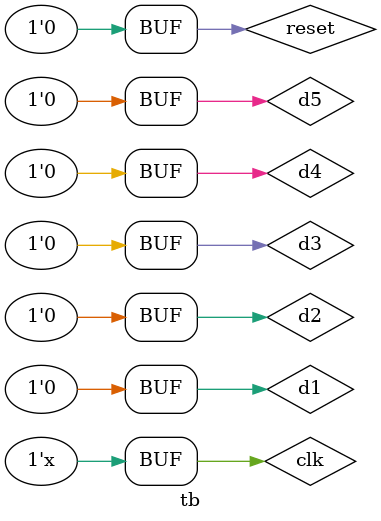
<source format=v>
`timescale 1ns / 1ps


module tb(

    );

reg reset;
reg        clk          ;
	always begin 
		#5 clk=!clk;
	end 

// input  wire       clk   ,
// 	input  wire       reset ,
reg       d1  ;
reg       d2  ;
reg       d3  ;
reg       d4  ;
reg       d5  ;
// 	output wire       unlock,
// 	output wire       lock  ,
// 	output wire [3:0] an    ,
// 	output wire [7:0] sseg

 digital_lock UUT(
	.clk(clk)   ,
	.reset(reset) ,
	.d1(d1)    ,
	.d2(d2)    ,
	.d3(d3)    ,
	.d4(d4)    ,
	.d5(d5)    ,
	.unlock(),
	.lock()  ,
	.an()    ,
	.sseg()
);

	initial begin
	clk 		<= 1'b1;
	reset      	<= 1'b1;
d1 <= 0;
d2 <= 0;
d3 <= 0;
d4 <= 0;
d5 <= 0;
	#100; 
	reset      	<= 1'b0;
#10000;
d1 <= 0;
d2 <= 1;
d3 <= 0;
d4 <= 0;
d5 <= 0;
#10000;
d1 <= 0;
d2 <= 0;
d3 <= 0;
d4 <= 0;
d5 <= 0;
#10000;
d1 <= 0;
d2 <= 0;
d3 <= 1;
d4 <= 0;
d5 <= 0;
#10000;
d1 <= 0;
d2 <= 0;
d3 <= 0;
d4 <= 0;
d5 <= 0;
#10000;
d1 <= 1;
d2 <= 0;
d3 <= 0;
d4 <= 0;
d5 <= 0;
#10000;
d1 <= 0;
d2 <= 0;
d3 <= 0;
d4 <= 0;
d5 <= 0;
#10000;
#10000;
d1 <= 0;
d2 <= 1;
d3 <= 0;
d4 <= 0;
d5 <= 0;
#10000;
d1 <= 0;
d2 <= 0;
d3 <= 0;
d4 <= 0;
d5 <= 0;
#10000;
d1 <= 0;
d2 <= 0;
d3 <= 0;
d4 <= 1;
d5 <= 0;
#10000;
d1 <= 0;
d2 <= 0;
d3 <= 0;
d4 <= 0;
d5 <= 0;
#10000;
d1 <= 1;
d2 <= 0;
d3 <= 0;
d4 <= 0;
d5 <= 0;
#10000;
d1 <= 0;
d2 <= 0;
d3 <= 0;
d4 <= 0;
d5 <= 0;
#10000;
	end 
endmodule

</source>
